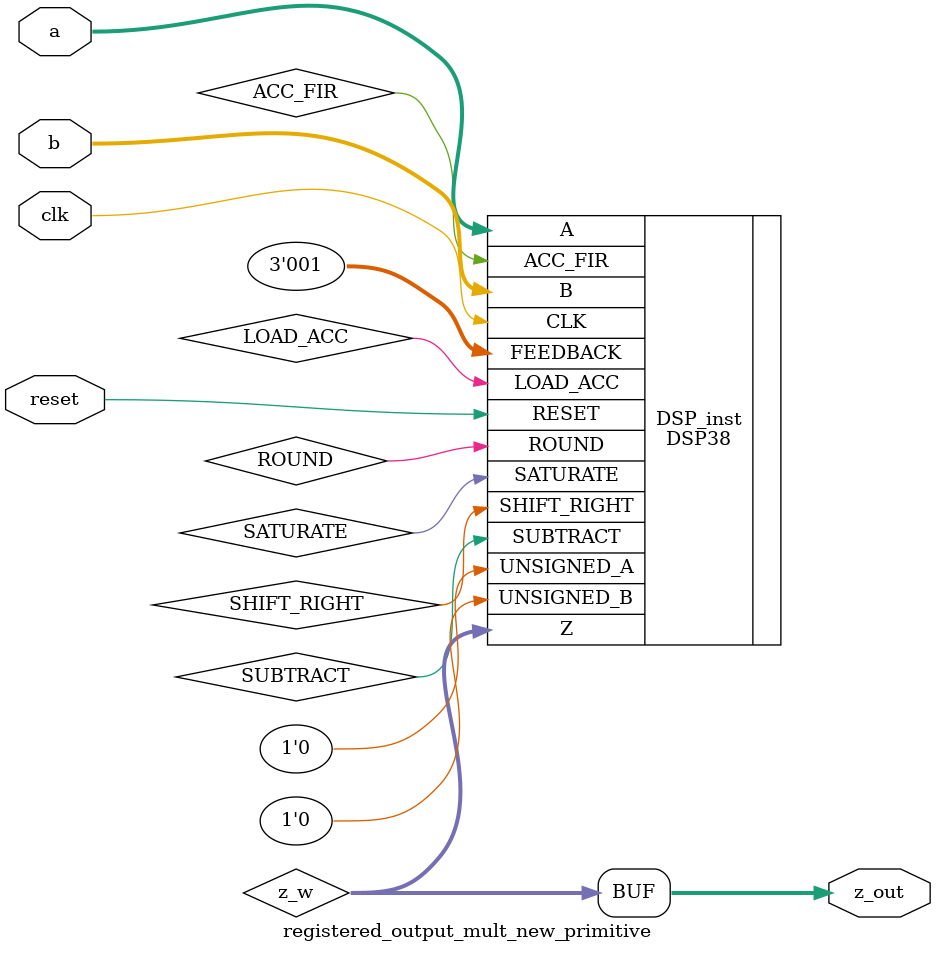
<source format=v>
module registered_output_mult_new_primitive (
    input  wire [19:0] a,
    input  wire [17:0] b,
    input wire clk, reset,
    output wire [37:0] z_out
    );

    parameter [79:0] MODE_BITS = 80'd0;
    
    wire [37:0] z_w;

DSP38 #(
  .DSP_MODE("MULTIPLY"), // DSp arithmetic mode (MULTIPLY/MULTIPLY_ADD_SUB/MULTIPLY_ACCUMULATE)
  .COEFF_0(20'h00000), // 20-bit A input coefficient 0
  .COEFF_1(20'h00000), // 20-bit A input coefficient 1
  .COEFF_2(20'h00000), // 20-bit A input coefficient 2
  .COEFF_3(20'h00000), // 20-bit A input coefficient 3
  .OUTPUT_REG_EN("TRUE"), // Enable output register (TRUE/FALSE)
  .INPUT_REG_EN("FALSE") // Enable input register (TRUE/FALSE)
) DSP_inst(
  .A(a), // 20-bit data input for multipluier or accumulator loading
  .B(b), // 18-bit data input for multiplication
  .ACC_FIR(ACC_FIR), // 6-bit left shift A input
  .Z(z_w), // 38-bit data output
  .CLK(clk), // Clock
  .RESET(reset), // None
  .FEEDBACK(3'd1), // 3-bit feedback input selects coefficient
  .LOAD_ACC(LOAD_ACC), // Load accumulator input
  .SATURATE(SATURATE), // Saturate enable
  .SHIFT_RIGHT(SHIFT_RIGHT), // 6-bit Shift right
  .ROUND(ROUND), // Round
  .SUBTRACT(SUBTRACT), // Add or subtract
  .UNSIGNED_A (1'b0), // Selects signed or unsigned data for A input
  .UNSIGNED_B (1'b0) 
);

    assign z_out = z_w;

endmodule

</source>
